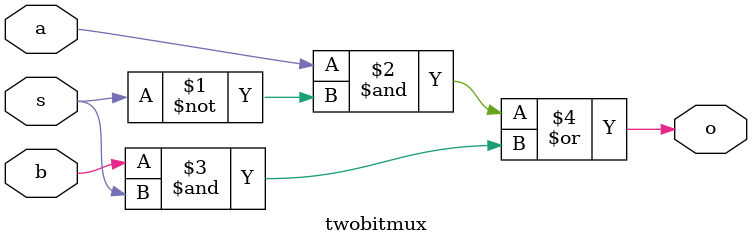
<source format=v>
`timescale 1ns / 1ps
module twobitmux(
    input a,
    input b,
    input s,
    output o
    );
	 
	 assign o = (a&~s)|(b&s);


endmodule

</source>
